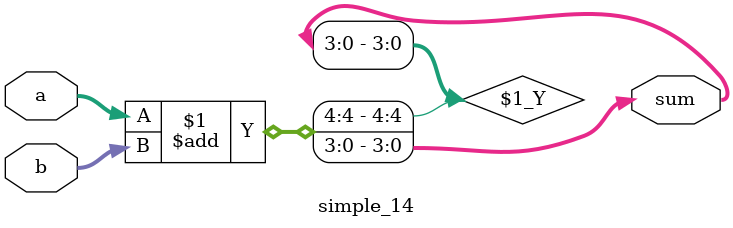
<source format=v>
module simple_14 (
    input [4:0] a,
    input [4:0] b,
    output [3:0] sum
  );
    assign sum = a + b;
endmodule

</source>
